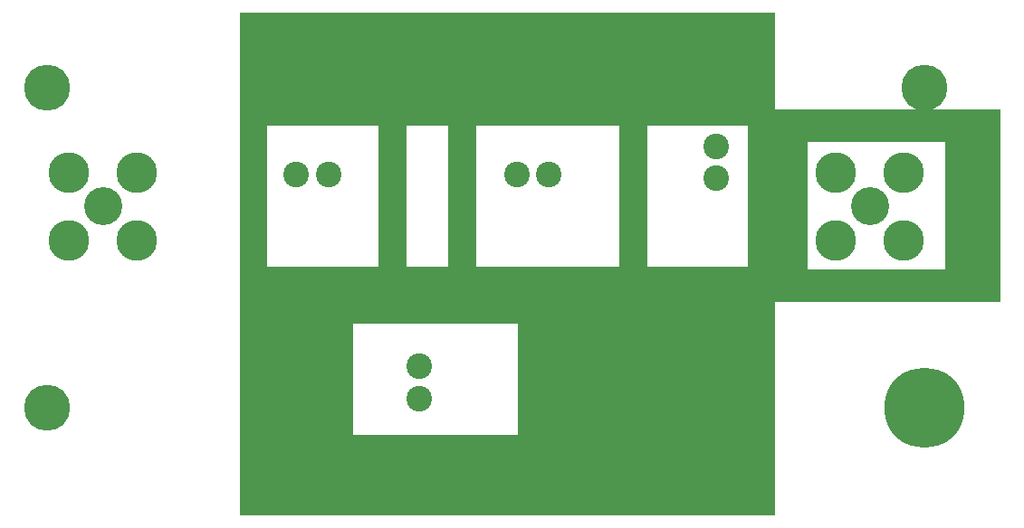
<source format=gbr>
%TF.GenerationSoftware,KiCad,Pcbnew,(5.1.9)-1*%
%TF.CreationDate,2021-06-05T18:29:07-04:00*%
%TF.ProjectId,SMD_Filter,534d445f-4669-46c7-9465-722e6b696361,rev?*%
%TF.SameCoordinates,Original*%
%TF.FileFunction,Soldermask,Bot*%
%TF.FilePolarity,Negative*%
%FSLAX46Y46*%
G04 Gerber Fmt 4.6, Leading zero omitted, Abs format (unit mm)*
G04 Created by KiCad (PCBNEW (5.1.9)-1) date 2021-06-05 18:29:07*
%MOMM*%
%LPD*%
G01*
G04 APERTURE LIST*
%ADD10C,0.100000*%
%ADD11C,4.300000*%
%ADD12C,7.500000*%
%ADD13C,2.400000*%
%ADD14C,3.810000*%
%ADD15C,3.556000*%
G04 APERTURE END LIST*
D10*
G36*
X193000000Y-95000000D02*
G01*
X172000000Y-95000000D01*
X172000000Y-92000000D01*
X188000000Y-92000000D01*
X188000000Y-80000000D01*
X172000000Y-80000000D01*
X172000000Y-77000000D01*
X193000000Y-77000000D01*
X193000000Y-95000000D01*
G37*
X193000000Y-95000000D02*
X172000000Y-95000000D01*
X172000000Y-92000000D01*
X188000000Y-92000000D01*
X188000000Y-80000000D01*
X172000000Y-80000000D01*
X172000000Y-77000000D01*
X193000000Y-77000000D01*
X193000000Y-95000000D01*
G36*
X172000000Y-78500000D02*
G01*
X122000000Y-78500000D01*
X122000000Y-68000000D01*
X172000000Y-68000000D01*
X172000000Y-78500000D01*
G37*
X172000000Y-78500000D02*
X122000000Y-78500000D01*
X122000000Y-68000000D01*
X172000000Y-68000000D01*
X172000000Y-78500000D01*
G36*
X172000000Y-97000000D02*
G01*
X122000000Y-97000000D01*
X122000000Y-91750000D01*
X172000000Y-91750000D01*
X172000000Y-97000000D01*
G37*
X172000000Y-97000000D02*
X122000000Y-97000000D01*
X122000000Y-91750000D01*
X172000000Y-91750000D01*
X172000000Y-97000000D01*
G36*
X172000000Y-115000000D02*
G01*
X148000000Y-115000000D01*
X148000000Y-92500000D01*
X172000000Y-92500000D01*
X172000000Y-115000000D01*
G37*
X172000000Y-115000000D02*
X148000000Y-115000000D01*
X148000000Y-92500000D01*
X172000000Y-92500000D01*
X172000000Y-115000000D01*
G36*
X175000000Y-92000000D02*
G01*
X169500000Y-92000000D01*
X169500000Y-78000000D01*
X175000000Y-78000000D01*
X175000000Y-92000000D01*
G37*
X175000000Y-92000000D02*
X169500000Y-92000000D01*
X169500000Y-78000000D01*
X175000000Y-78000000D01*
X175000000Y-92000000D01*
G36*
X160000000Y-92000000D02*
G01*
X157500000Y-92000000D01*
X157500000Y-78000000D01*
X160000000Y-78000000D01*
X160000000Y-92000000D01*
G37*
X160000000Y-92000000D02*
X157500000Y-92000000D01*
X157500000Y-78000000D01*
X160000000Y-78000000D01*
X160000000Y-92000000D01*
G36*
X144000000Y-92000000D02*
G01*
X141500000Y-92000000D01*
X141500000Y-78000000D01*
X144000000Y-78000000D01*
X144000000Y-92000000D01*
G37*
X144000000Y-92000000D02*
X141500000Y-92000000D01*
X141500000Y-78000000D01*
X144000000Y-78000000D01*
X144000000Y-92000000D01*
G36*
X137500000Y-92000000D02*
G01*
X135000000Y-92000000D01*
X135000000Y-78000000D01*
X137500000Y-78000000D01*
X137500000Y-92000000D01*
G37*
X137500000Y-92000000D02*
X135000000Y-92000000D01*
X135000000Y-78000000D01*
X137500000Y-78000000D01*
X137500000Y-92000000D01*
G36*
X150000000Y-115000000D02*
G01*
X130000000Y-115000000D01*
X130000000Y-107500000D01*
X150000000Y-107500000D01*
X150000000Y-115000000D01*
G37*
X150000000Y-115000000D02*
X130000000Y-115000000D01*
X130000000Y-107500000D01*
X150000000Y-107500000D01*
X150000000Y-115000000D01*
G36*
X132500000Y-92500000D02*
G01*
X132500000Y-115000000D01*
X122000000Y-115000000D01*
X122000000Y-92250000D01*
X132500000Y-92500000D01*
G37*
X132500000Y-92500000D02*
X132500000Y-115000000D01*
X122000000Y-115000000D01*
X122000000Y-92250000D01*
X132500000Y-92500000D01*
G36*
X124500000Y-92000000D02*
G01*
X122000000Y-92000000D01*
X122000000Y-78000000D01*
X124500000Y-78000000D01*
X124500000Y-92000000D01*
G37*
X124500000Y-92000000D02*
X122000000Y-92000000D01*
X122000000Y-78000000D01*
X124500000Y-78000000D01*
X124500000Y-92000000D01*
D11*
%TO.C,H4*%
X186000000Y-75000000D03*
%TD*%
%TO.C,H3*%
X104000000Y-75000000D03*
%TD*%
%TO.C,H2*%
X104000000Y-105000000D03*
%TD*%
D12*
%TO.C,H1*%
X186000000Y-105000000D03*
%TD*%
D13*
%TO.C,L4*%
X166500000Y-83500000D03*
X166500000Y-80500000D03*
%TD*%
%TO.C,L3*%
X147900000Y-83100000D03*
X150900000Y-83100000D03*
%TD*%
%TO.C,L2*%
X138775000Y-101100000D03*
X138775000Y-104100000D03*
%TD*%
%TO.C,L1*%
X127275000Y-83100000D03*
X130275000Y-83100000D03*
%TD*%
D14*
%TO.C,J2*%
X184100000Y-89275000D03*
X177750000Y-89275000D03*
X184100000Y-82925000D03*
D15*
X180925000Y-86100000D03*
D14*
X177750000Y-82925000D03*
%TD*%
%TO.C,J1*%
X112375000Y-89275000D03*
X106025000Y-89275000D03*
X112375000Y-82925000D03*
D15*
X109200000Y-86100000D03*
D14*
X106025000Y-82925000D03*
%TD*%
M02*

</source>
